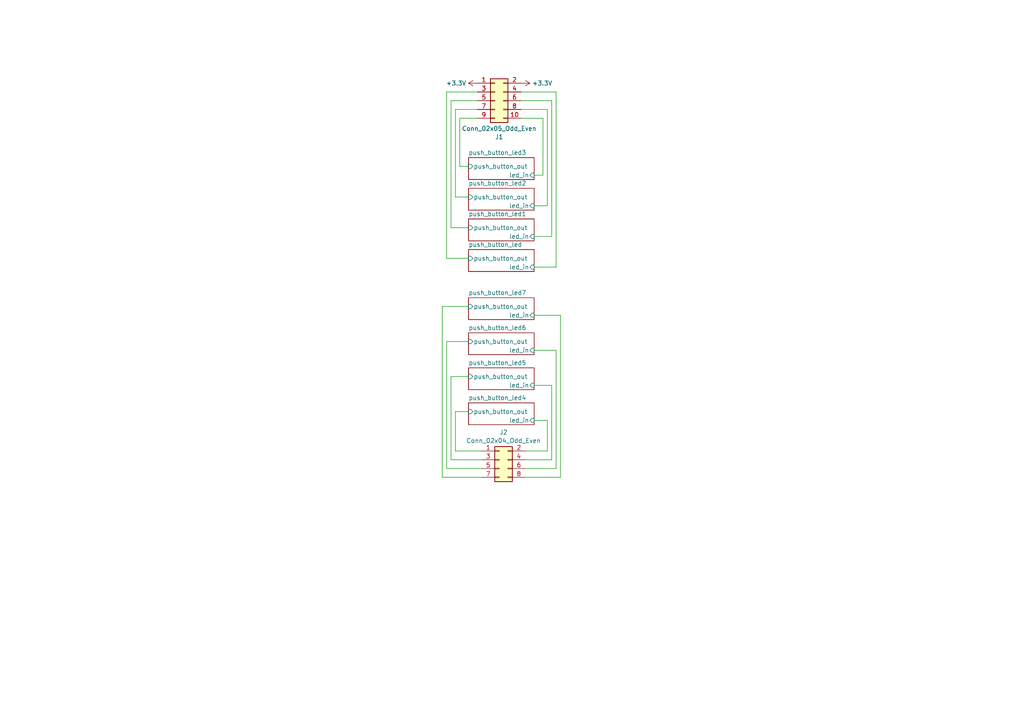
<source format=kicad_sch>
(kicad_sch
	(version 20231120)
	(generator "eeschema")
	(generator_version "8.0")
	(uuid "15c24bb2-2eb1-4d3e-858d-36190cb55ae6")
	(paper "A4")
	(lib_symbols
		(symbol "Connector_Generic:Conn_02x04_Odd_Even"
			(pin_names
				(offset 1.016) hide)
			(exclude_from_sim no)
			(in_bom yes)
			(on_board yes)
			(property "Reference" "J"
				(at 1.27 5.08 0)
				(effects
					(font
						(size 1.27 1.27)
					)
				)
			)
			(property "Value" "Conn_02x04_Odd_Even"
				(at 1.27 -7.62 0)
				(effects
					(font
						(size 1.27 1.27)
					)
				)
			)
			(property "Footprint" ""
				(at 0 0 0)
				(effects
					(font
						(size 1.27 1.27)
					)
					(hide yes)
				)
			)
			(property "Datasheet" "~"
				(at 0 0 0)
				(effects
					(font
						(size 1.27 1.27)
					)
					(hide yes)
				)
			)
			(property "Description" "Generic connector, double row, 02x04, odd/even pin numbering scheme (row 1 odd numbers, row 2 even numbers), script generated (kicad-library-utils/schlib/autogen/connector/)"
				(at 0 0 0)
				(effects
					(font
						(size 1.27 1.27)
					)
					(hide yes)
				)
			)
			(property "ki_keywords" "connector"
				(at 0 0 0)
				(effects
					(font
						(size 1.27 1.27)
					)
					(hide yes)
				)
			)
			(property "ki_fp_filters" "Connector*:*_2x??_*"
				(at 0 0 0)
				(effects
					(font
						(size 1.27 1.27)
					)
					(hide yes)
				)
			)
			(symbol "Conn_02x04_Odd_Even_1_1"
				(rectangle
					(start -1.27 -4.953)
					(end 0 -5.207)
					(stroke
						(width 0.1524)
						(type default)
					)
					(fill
						(type none)
					)
				)
				(rectangle
					(start -1.27 -2.413)
					(end 0 -2.667)
					(stroke
						(width 0.1524)
						(type default)
					)
					(fill
						(type none)
					)
				)
				(rectangle
					(start -1.27 0.127)
					(end 0 -0.127)
					(stroke
						(width 0.1524)
						(type default)
					)
					(fill
						(type none)
					)
				)
				(rectangle
					(start -1.27 2.667)
					(end 0 2.413)
					(stroke
						(width 0.1524)
						(type default)
					)
					(fill
						(type none)
					)
				)
				(rectangle
					(start -1.27 3.81)
					(end 3.81 -6.35)
					(stroke
						(width 0.254)
						(type default)
					)
					(fill
						(type background)
					)
				)
				(rectangle
					(start 3.81 -4.953)
					(end 2.54 -5.207)
					(stroke
						(width 0.1524)
						(type default)
					)
					(fill
						(type none)
					)
				)
				(rectangle
					(start 3.81 -2.413)
					(end 2.54 -2.667)
					(stroke
						(width 0.1524)
						(type default)
					)
					(fill
						(type none)
					)
				)
				(rectangle
					(start 3.81 0.127)
					(end 2.54 -0.127)
					(stroke
						(width 0.1524)
						(type default)
					)
					(fill
						(type none)
					)
				)
				(rectangle
					(start 3.81 2.667)
					(end 2.54 2.413)
					(stroke
						(width 0.1524)
						(type default)
					)
					(fill
						(type none)
					)
				)
				(pin passive line
					(at -5.08 2.54 0)
					(length 3.81)
					(name "Pin_1"
						(effects
							(font
								(size 1.27 1.27)
							)
						)
					)
					(number "1"
						(effects
							(font
								(size 1.27 1.27)
							)
						)
					)
				)
				(pin passive line
					(at 7.62 2.54 180)
					(length 3.81)
					(name "Pin_2"
						(effects
							(font
								(size 1.27 1.27)
							)
						)
					)
					(number "2"
						(effects
							(font
								(size 1.27 1.27)
							)
						)
					)
				)
				(pin passive line
					(at -5.08 0 0)
					(length 3.81)
					(name "Pin_3"
						(effects
							(font
								(size 1.27 1.27)
							)
						)
					)
					(number "3"
						(effects
							(font
								(size 1.27 1.27)
							)
						)
					)
				)
				(pin passive line
					(at 7.62 0 180)
					(length 3.81)
					(name "Pin_4"
						(effects
							(font
								(size 1.27 1.27)
							)
						)
					)
					(number "4"
						(effects
							(font
								(size 1.27 1.27)
							)
						)
					)
				)
				(pin passive line
					(at -5.08 -2.54 0)
					(length 3.81)
					(name "Pin_5"
						(effects
							(font
								(size 1.27 1.27)
							)
						)
					)
					(number "5"
						(effects
							(font
								(size 1.27 1.27)
							)
						)
					)
				)
				(pin passive line
					(at 7.62 -2.54 180)
					(length 3.81)
					(name "Pin_6"
						(effects
							(font
								(size 1.27 1.27)
							)
						)
					)
					(number "6"
						(effects
							(font
								(size 1.27 1.27)
							)
						)
					)
				)
				(pin passive line
					(at -5.08 -5.08 0)
					(length 3.81)
					(name "Pin_7"
						(effects
							(font
								(size 1.27 1.27)
							)
						)
					)
					(number "7"
						(effects
							(font
								(size 1.27 1.27)
							)
						)
					)
				)
				(pin passive line
					(at 7.62 -5.08 180)
					(length 3.81)
					(name "Pin_8"
						(effects
							(font
								(size 1.27 1.27)
							)
						)
					)
					(number "8"
						(effects
							(font
								(size 1.27 1.27)
							)
						)
					)
				)
			)
		)
		(symbol "Connector_Generic:Conn_02x05_Odd_Even"
			(pin_names
				(offset 1.016) hide)
			(exclude_from_sim no)
			(in_bom yes)
			(on_board yes)
			(property "Reference" "J"
				(at 1.27 7.62 0)
				(effects
					(font
						(size 1.27 1.27)
					)
				)
			)
			(property "Value" "Conn_02x05_Odd_Even"
				(at 1.27 -7.62 0)
				(effects
					(font
						(size 1.27 1.27)
					)
				)
			)
			(property "Footprint" ""
				(at 0 0 0)
				(effects
					(font
						(size 1.27 1.27)
					)
					(hide yes)
				)
			)
			(property "Datasheet" "~"
				(at 0 0 0)
				(effects
					(font
						(size 1.27 1.27)
					)
					(hide yes)
				)
			)
			(property "Description" "Generic connector, double row, 02x05, odd/even pin numbering scheme (row 1 odd numbers, row 2 even numbers), script generated (kicad-library-utils/schlib/autogen/connector/)"
				(at 0 0 0)
				(effects
					(font
						(size 1.27 1.27)
					)
					(hide yes)
				)
			)
			(property "ki_keywords" "connector"
				(at 0 0 0)
				(effects
					(font
						(size 1.27 1.27)
					)
					(hide yes)
				)
			)
			(property "ki_fp_filters" "Connector*:*_2x??_*"
				(at 0 0 0)
				(effects
					(font
						(size 1.27 1.27)
					)
					(hide yes)
				)
			)
			(symbol "Conn_02x05_Odd_Even_1_1"
				(rectangle
					(start -1.27 -4.953)
					(end 0 -5.207)
					(stroke
						(width 0.1524)
						(type default)
					)
					(fill
						(type none)
					)
				)
				(rectangle
					(start -1.27 -2.413)
					(end 0 -2.667)
					(stroke
						(width 0.1524)
						(type default)
					)
					(fill
						(type none)
					)
				)
				(rectangle
					(start -1.27 0.127)
					(end 0 -0.127)
					(stroke
						(width 0.1524)
						(type default)
					)
					(fill
						(type none)
					)
				)
				(rectangle
					(start -1.27 2.667)
					(end 0 2.413)
					(stroke
						(width 0.1524)
						(type default)
					)
					(fill
						(type none)
					)
				)
				(rectangle
					(start -1.27 5.207)
					(end 0 4.953)
					(stroke
						(width 0.1524)
						(type default)
					)
					(fill
						(type none)
					)
				)
				(rectangle
					(start -1.27 6.35)
					(end 3.81 -6.35)
					(stroke
						(width 0.254)
						(type default)
					)
					(fill
						(type background)
					)
				)
				(rectangle
					(start 3.81 -4.953)
					(end 2.54 -5.207)
					(stroke
						(width 0.1524)
						(type default)
					)
					(fill
						(type none)
					)
				)
				(rectangle
					(start 3.81 -2.413)
					(end 2.54 -2.667)
					(stroke
						(width 0.1524)
						(type default)
					)
					(fill
						(type none)
					)
				)
				(rectangle
					(start 3.81 0.127)
					(end 2.54 -0.127)
					(stroke
						(width 0.1524)
						(type default)
					)
					(fill
						(type none)
					)
				)
				(rectangle
					(start 3.81 2.667)
					(end 2.54 2.413)
					(stroke
						(width 0.1524)
						(type default)
					)
					(fill
						(type none)
					)
				)
				(rectangle
					(start 3.81 5.207)
					(end 2.54 4.953)
					(stroke
						(width 0.1524)
						(type default)
					)
					(fill
						(type none)
					)
				)
				(pin passive line
					(at -5.08 5.08 0)
					(length 3.81)
					(name "Pin_1"
						(effects
							(font
								(size 1.27 1.27)
							)
						)
					)
					(number "1"
						(effects
							(font
								(size 1.27 1.27)
							)
						)
					)
				)
				(pin passive line
					(at 7.62 -5.08 180)
					(length 3.81)
					(name "Pin_10"
						(effects
							(font
								(size 1.27 1.27)
							)
						)
					)
					(number "10"
						(effects
							(font
								(size 1.27 1.27)
							)
						)
					)
				)
				(pin passive line
					(at 7.62 5.08 180)
					(length 3.81)
					(name "Pin_2"
						(effects
							(font
								(size 1.27 1.27)
							)
						)
					)
					(number "2"
						(effects
							(font
								(size 1.27 1.27)
							)
						)
					)
				)
				(pin passive line
					(at -5.08 2.54 0)
					(length 3.81)
					(name "Pin_3"
						(effects
							(font
								(size 1.27 1.27)
							)
						)
					)
					(number "3"
						(effects
							(font
								(size 1.27 1.27)
							)
						)
					)
				)
				(pin passive line
					(at 7.62 2.54 180)
					(length 3.81)
					(name "Pin_4"
						(effects
							(font
								(size 1.27 1.27)
							)
						)
					)
					(number "4"
						(effects
							(font
								(size 1.27 1.27)
							)
						)
					)
				)
				(pin passive line
					(at -5.08 0 0)
					(length 3.81)
					(name "Pin_5"
						(effects
							(font
								(size 1.27 1.27)
							)
						)
					)
					(number "5"
						(effects
							(font
								(size 1.27 1.27)
							)
						)
					)
				)
				(pin passive line
					(at 7.62 0 180)
					(length 3.81)
					(name "Pin_6"
						(effects
							(font
								(size 1.27 1.27)
							)
						)
					)
					(number "6"
						(effects
							(font
								(size 1.27 1.27)
							)
						)
					)
				)
				(pin passive line
					(at -5.08 -2.54 0)
					(length 3.81)
					(name "Pin_7"
						(effects
							(font
								(size 1.27 1.27)
							)
						)
					)
					(number "7"
						(effects
							(font
								(size 1.27 1.27)
							)
						)
					)
				)
				(pin passive line
					(at 7.62 -2.54 180)
					(length 3.81)
					(name "Pin_8"
						(effects
							(font
								(size 1.27 1.27)
							)
						)
					)
					(number "8"
						(effects
							(font
								(size 1.27 1.27)
							)
						)
					)
				)
				(pin passive line
					(at -5.08 -5.08 0)
					(length 3.81)
					(name "Pin_9"
						(effects
							(font
								(size 1.27 1.27)
							)
						)
					)
					(number "9"
						(effects
							(font
								(size 1.27 1.27)
							)
						)
					)
				)
			)
		)
		(symbol "power:+3.3V"
			(power)
			(pin_numbers hide)
			(pin_names
				(offset 0) hide)
			(exclude_from_sim no)
			(in_bom yes)
			(on_board yes)
			(property "Reference" "#PWR"
				(at 0 -3.81 0)
				(effects
					(font
						(size 1.27 1.27)
					)
					(hide yes)
				)
			)
			(property "Value" "+3.3V"
				(at 0 3.556 0)
				(effects
					(font
						(size 1.27 1.27)
					)
				)
			)
			(property "Footprint" ""
				(at 0 0 0)
				(effects
					(font
						(size 1.27 1.27)
					)
					(hide yes)
				)
			)
			(property "Datasheet" ""
				(at 0 0 0)
				(effects
					(font
						(size 1.27 1.27)
					)
					(hide yes)
				)
			)
			(property "Description" "Power symbol creates a global label with name \"+3.3V\""
				(at 0 0 0)
				(effects
					(font
						(size 1.27 1.27)
					)
					(hide yes)
				)
			)
			(property "ki_keywords" "global power"
				(at 0 0 0)
				(effects
					(font
						(size 1.27 1.27)
					)
					(hide yes)
				)
			)
			(symbol "+3.3V_0_1"
				(polyline
					(pts
						(xy -0.762 1.27) (xy 0 2.54)
					)
					(stroke
						(width 0)
						(type default)
					)
					(fill
						(type none)
					)
				)
				(polyline
					(pts
						(xy 0 0) (xy 0 2.54)
					)
					(stroke
						(width 0)
						(type default)
					)
					(fill
						(type none)
					)
				)
				(polyline
					(pts
						(xy 0 2.54) (xy 0.762 1.27)
					)
					(stroke
						(width 0)
						(type default)
					)
					(fill
						(type none)
					)
				)
			)
			(symbol "+3.3V_1_1"
				(pin power_in line
					(at 0 0 90)
					(length 0)
					(name "~"
						(effects
							(font
								(size 1.27 1.27)
							)
						)
					)
					(number "1"
						(effects
							(font
								(size 1.27 1.27)
							)
						)
					)
				)
			)
		)
	)
	(wire
		(pts
			(xy 158.75 31.75) (xy 158.75 59.69)
		)
		(stroke
			(width 0)
			(type default)
		)
		(uuid "0d3444b7-518b-4432-a359-43f52a3beb62")
	)
	(wire
		(pts
			(xy 161.29 77.47) (xy 154.94 77.47)
		)
		(stroke
			(width 0)
			(type default)
		)
		(uuid "1ebea15c-eb8c-42fc-a415-1e2bb862fad0")
	)
	(wire
		(pts
			(xy 160.02 68.58) (xy 154.94 68.58)
		)
		(stroke
			(width 0)
			(type default)
		)
		(uuid "1f95b79d-1b76-43f4-bf83-8aeaf8dc9269")
	)
	(wire
		(pts
			(xy 130.81 109.22) (xy 135.89 109.22)
		)
		(stroke
			(width 0)
			(type default)
		)
		(uuid "255076aa-b8c8-4156-8416-b8e56c341bff")
	)
	(wire
		(pts
			(xy 161.29 135.89) (xy 161.29 101.6)
		)
		(stroke
			(width 0)
			(type default)
		)
		(uuid "29615ed8-e542-47d5-bca8-ea9433585b71")
	)
	(wire
		(pts
			(xy 139.7 135.89) (xy 129.54 135.89)
		)
		(stroke
			(width 0)
			(type default)
		)
		(uuid "2a93a2b6-b3ac-4866-8c00-9a5b05bfe431")
	)
	(wire
		(pts
			(xy 161.29 26.67) (xy 161.29 77.47)
		)
		(stroke
			(width 0)
			(type default)
		)
		(uuid "2bd13a58-5264-4bd4-bd98-d2c4f2660d2a")
	)
	(wire
		(pts
			(xy 128.27 138.43) (xy 128.27 88.9)
		)
		(stroke
			(width 0)
			(type default)
		)
		(uuid "2db3834b-289a-4f43-ace1-345acb1dc780")
	)
	(wire
		(pts
			(xy 130.81 133.35) (xy 130.81 109.22)
		)
		(stroke
			(width 0)
			(type default)
		)
		(uuid "380c419c-da85-4257-aa3b-9b6a9dee9b4c")
	)
	(wire
		(pts
			(xy 133.35 48.26) (xy 135.89 48.26)
		)
		(stroke
			(width 0)
			(type default)
		)
		(uuid "3fd1aa5b-33eb-4976-bdad-268ca423a7c7")
	)
	(wire
		(pts
			(xy 160.02 133.35) (xy 160.02 111.76)
		)
		(stroke
			(width 0)
			(type default)
		)
		(uuid "40d67d7b-c14f-4c48-8877-87319e5770ff")
	)
	(wire
		(pts
			(xy 132.08 57.15) (xy 135.89 57.15)
		)
		(stroke
			(width 0)
			(type default)
		)
		(uuid "4d1c064b-56dc-4d7c-a0c0-cdf628f71c5c")
	)
	(wire
		(pts
			(xy 151.13 31.75) (xy 158.75 31.75)
		)
		(stroke
			(width 0)
			(type default)
		)
		(uuid "524955fe-d17a-4322-aba6-3103c7fc6d3a")
	)
	(wire
		(pts
			(xy 151.13 29.21) (xy 160.02 29.21)
		)
		(stroke
			(width 0)
			(type default)
		)
		(uuid "5962c856-181e-4f62-a75d-5f968b47ddea")
	)
	(wire
		(pts
			(xy 160.02 111.76) (xy 154.94 111.76)
		)
		(stroke
			(width 0)
			(type default)
		)
		(uuid "5c6d3b1e-8496-4abe-8027-acec1c840267")
	)
	(wire
		(pts
			(xy 129.54 74.93) (xy 135.89 74.93)
		)
		(stroke
			(width 0)
			(type default)
		)
		(uuid "5dc98345-0545-41ee-a806-b5254a1a89d0")
	)
	(wire
		(pts
			(xy 138.43 29.21) (xy 130.81 29.21)
		)
		(stroke
			(width 0)
			(type default)
		)
		(uuid "69cf16b2-e4f3-484a-bb3e-b1ad31e202b8")
	)
	(wire
		(pts
			(xy 128.27 88.9) (xy 135.89 88.9)
		)
		(stroke
			(width 0)
			(type default)
		)
		(uuid "6b73c7d8-67c1-4f8e-a0e7-2d235934eb96")
	)
	(wire
		(pts
			(xy 161.29 101.6) (xy 154.94 101.6)
		)
		(stroke
			(width 0)
			(type default)
		)
		(uuid "6ee9daaf-7243-410d-b7a4-bbd9101e0955")
	)
	(wire
		(pts
			(xy 152.4 130.81) (xy 158.75 130.81)
		)
		(stroke
			(width 0)
			(type default)
		)
		(uuid "70041fd9-92c9-423a-8246-97b0e01bdd1e")
	)
	(wire
		(pts
			(xy 162.56 138.43) (xy 162.56 91.44)
		)
		(stroke
			(width 0)
			(type default)
		)
		(uuid "718e5e93-0c3c-4a96-9c87-f153e67f1ded")
	)
	(wire
		(pts
			(xy 138.43 26.67) (xy 129.54 26.67)
		)
		(stroke
			(width 0)
			(type default)
		)
		(uuid "79871200-387e-4eaa-adcb-6e099f3d6c68")
	)
	(wire
		(pts
			(xy 138.43 31.75) (xy 132.08 31.75)
		)
		(stroke
			(width 0)
			(type default)
		)
		(uuid "80a25546-09a3-4787-83dc-c820758f89e5")
	)
	(wire
		(pts
			(xy 151.13 34.29) (xy 157.48 34.29)
		)
		(stroke
			(width 0)
			(type default)
		)
		(uuid "8499b6c0-8386-46e1-b020-f357f80bd4aa")
	)
	(wire
		(pts
			(xy 129.54 26.67) (xy 129.54 74.93)
		)
		(stroke
			(width 0)
			(type default)
		)
		(uuid "8d8dd05b-a68f-4f03-9bb7-b8011a3369eb")
	)
	(wire
		(pts
			(xy 139.7 133.35) (xy 130.81 133.35)
		)
		(stroke
			(width 0)
			(type default)
		)
		(uuid "98633177-4990-4772-acea-211f7a41eaee")
	)
	(wire
		(pts
			(xy 152.4 138.43) (xy 162.56 138.43)
		)
		(stroke
			(width 0)
			(type default)
		)
		(uuid "9a8732eb-487e-4368-b9bd-9aa0abae55be")
	)
	(wire
		(pts
			(xy 160.02 29.21) (xy 160.02 68.58)
		)
		(stroke
			(width 0)
			(type default)
		)
		(uuid "9ae87477-9e57-49a8-8336-3e967e0402ad")
	)
	(wire
		(pts
			(xy 133.35 34.29) (xy 133.35 48.26)
		)
		(stroke
			(width 0)
			(type default)
		)
		(uuid "9e0b4fe1-b36e-4abe-bf10-ba62175acfd9")
	)
	(wire
		(pts
			(xy 157.48 34.29) (xy 157.48 50.8)
		)
		(stroke
			(width 0)
			(type default)
		)
		(uuid "adaed13e-1a35-4c2a-b80d-abf0a6f491fc")
	)
	(wire
		(pts
			(xy 132.08 119.38) (xy 135.89 119.38)
		)
		(stroke
			(width 0)
			(type default)
		)
		(uuid "b2a945e6-1401-4846-9c7e-0560df6a63d1")
	)
	(wire
		(pts
			(xy 151.13 26.67) (xy 161.29 26.67)
		)
		(stroke
			(width 0)
			(type default)
		)
		(uuid "c730306d-182f-47eb-a744-7925e1fd03a3")
	)
	(wire
		(pts
			(xy 138.43 34.29) (xy 133.35 34.29)
		)
		(stroke
			(width 0)
			(type default)
		)
		(uuid "c7b5c1cf-279e-445b-8c99-1e7f09026b73")
	)
	(wire
		(pts
			(xy 130.81 66.04) (xy 135.89 66.04)
		)
		(stroke
			(width 0)
			(type default)
		)
		(uuid "caecb6cd-1b71-4d43-b140-d0e8ea2a6bb1")
	)
	(wire
		(pts
			(xy 130.81 29.21) (xy 130.81 66.04)
		)
		(stroke
			(width 0)
			(type default)
		)
		(uuid "cd375652-4e67-43bc-8dcb-7a402a6cefdd")
	)
	(wire
		(pts
			(xy 139.7 130.81) (xy 132.08 130.81)
		)
		(stroke
			(width 0)
			(type default)
		)
		(uuid "d159b938-2fb1-473e-9161-479fa9f34d95")
	)
	(wire
		(pts
			(xy 158.75 59.69) (xy 154.94 59.69)
		)
		(stroke
			(width 0)
			(type default)
		)
		(uuid "d49c65fd-1178-4165-b941-2dc15857be67")
	)
	(wire
		(pts
			(xy 129.54 99.06) (xy 135.89 99.06)
		)
		(stroke
			(width 0)
			(type default)
		)
		(uuid "d6575931-1eed-410b-af0a-bc4b8fe7e91c")
	)
	(wire
		(pts
			(xy 129.54 135.89) (xy 129.54 99.06)
		)
		(stroke
			(width 0)
			(type default)
		)
		(uuid "d932e20a-773b-4e39-8747-e51b4bd814e7")
	)
	(wire
		(pts
			(xy 139.7 138.43) (xy 128.27 138.43)
		)
		(stroke
			(width 0)
			(type default)
		)
		(uuid "daaf4b31-f564-4ea9-be34-5883325c84a0")
	)
	(wire
		(pts
			(xy 158.75 130.81) (xy 158.75 121.92)
		)
		(stroke
			(width 0)
			(type default)
		)
		(uuid "dfb6623c-6307-4ebf-a79f-9f1e9bd3e571")
	)
	(wire
		(pts
			(xy 157.48 50.8) (xy 154.94 50.8)
		)
		(stroke
			(width 0)
			(type default)
		)
		(uuid "e07635d9-e82c-4622-9c61-ec59c3f87cfe")
	)
	(wire
		(pts
			(xy 162.56 91.44) (xy 154.94 91.44)
		)
		(stroke
			(width 0)
			(type default)
		)
		(uuid "e5312490-385e-4909-9ddd-3bfcf23e2c63")
	)
	(wire
		(pts
			(xy 152.4 135.89) (xy 161.29 135.89)
		)
		(stroke
			(width 0)
			(type default)
		)
		(uuid "ed608814-aa3f-46be-b509-42ee6d03611b")
	)
	(wire
		(pts
			(xy 132.08 31.75) (xy 132.08 57.15)
		)
		(stroke
			(width 0)
			(type default)
		)
		(uuid "eedb0a30-a08f-431a-b970-18ef1994d570")
	)
	(wire
		(pts
			(xy 152.4 133.35) (xy 160.02 133.35)
		)
		(stroke
			(width 0)
			(type default)
		)
		(uuid "f2ebf72e-bc93-4a3e-a994-c444a04f1dcb")
	)
	(wire
		(pts
			(xy 132.08 130.81) (xy 132.08 119.38)
		)
		(stroke
			(width 0)
			(type default)
		)
		(uuid "f4551eae-5ea4-47b1-aad1-fc4daf8a93da")
	)
	(wire
		(pts
			(xy 158.75 121.92) (xy 154.94 121.92)
		)
		(stroke
			(width 0)
			(type default)
		)
		(uuid "f7791581-b13b-43bb-be42-246e50cf50a1")
	)
	(symbol
		(lib_id "Connector_Generic:Conn_02x04_Odd_Even")
		(at 144.78 133.35 0)
		(unit 1)
		(exclude_from_sim no)
		(in_bom yes)
		(on_board yes)
		(dnp no)
		(fields_autoplaced yes)
		(uuid "3ea7efa8-89ba-42c7-a37e-a34ef139a4dc")
		(property "Reference" "J2"
			(at 146.05 125.3955 0)
			(effects
				(font
					(size 1.27 1.27)
				)
			)
		)
		(property "Value" "Conn_02x04_Odd_Even"
			(at 146.05 127.8198 0)
			(effects
				(font
					(size 1.27 1.27)
				)
			)
		)
		(property "Footprint" "Connector_PinHeader_2.54mm:PinHeader_2x04_P2.54mm_Vertical"
			(at 144.78 133.35 0)
			(effects
				(font
					(size 1.27 1.27)
				)
				(hide yes)
			)
		)
		(property "Datasheet" "~"
			(at 144.78 133.35 0)
			(effects
				(font
					(size 1.27 1.27)
				)
				(hide yes)
			)
		)
		(property "Description" "Generic connector, double row, 02x04, odd/even pin numbering scheme (row 1 odd numbers, row 2 even numbers), script generated (kicad-library-utils/schlib/autogen/connector/)"
			(at 144.78 133.35 0)
			(effects
				(font
					(size 1.27 1.27)
				)
				(hide yes)
			)
		)
		(pin "3"
			(uuid "4da172a3-8021-4cd2-a9e5-b620471c60a8")
		)
		(pin "5"
			(uuid "ae6c8dee-b9fb-474f-ab8f-7cd5fa3a0a4e")
		)
		(pin "1"
			(uuid "fedab45a-d361-4cdb-b82f-1ef75a94eb7b")
		)
		(pin "7"
			(uuid "d8801d68-0fd3-4d88-8421-1d0ac5603205")
		)
		(pin "2"
			(uuid "485e1800-91c4-4e5c-b252-454bb70c6b00")
		)
		(pin "8"
			(uuid "8e5c9d5a-15c8-48ed-b3a6-775872fdf054")
		)
		(pin "4"
			(uuid "8a696e91-8a12-4f7e-905d-4449d4388a99")
		)
		(pin "6"
			(uuid "3bf2ee3e-5835-4c15-8b41-60a1de4ea4c3")
		)
		(instances
			(project ""
				(path "/15c24bb2-2eb1-4d3e-858d-36190cb55ae6"
					(reference "J2")
					(unit 1)
				)
			)
		)
	)
	(symbol
		(lib_id "power:+3.3V")
		(at 138.43 24.13 90)
		(unit 1)
		(exclude_from_sim no)
		(in_bom yes)
		(on_board yes)
		(dnp no)
		(fields_autoplaced yes)
		(uuid "5ffe92eb-e6fc-44e8-8472-7105631cb1e0")
		(property "Reference" "#PWR01"
			(at 142.24 24.13 0)
			(effects
				(font
					(size 1.27 1.27)
				)
				(hide yes)
			)
		)
		(property "Value" "+3.3V"
			(at 135.255 24.13 90)
			(effects
				(font
					(size 1.27 1.27)
				)
				(justify left)
			)
		)
		(property "Footprint" ""
			(at 138.43 24.13 0)
			(effects
				(font
					(size 1.27 1.27)
				)
				(hide yes)
			)
		)
		(property "Datasheet" ""
			(at 138.43 24.13 0)
			(effects
				(font
					(size 1.27 1.27)
				)
				(hide yes)
			)
		)
		(property "Description" "Power symbol creates a global label with name \"+3.3V\""
			(at 138.43 24.13 0)
			(effects
				(font
					(size 1.27 1.27)
				)
				(hide yes)
			)
		)
		(pin "1"
			(uuid "069848ff-738d-4cdc-b6af-381afb1ce05c")
		)
		(instances
			(project "MIDI_marble_sequencer_controls_channel_select"
				(path "/15c24bb2-2eb1-4d3e-858d-36190cb55ae6"
					(reference "#PWR01")
					(unit 1)
				)
			)
		)
	)
	(symbol
		(lib_id "power:+3.3V")
		(at 151.13 24.13 270)
		(unit 1)
		(exclude_from_sim no)
		(in_bom yes)
		(on_board yes)
		(dnp no)
		(fields_autoplaced yes)
		(uuid "ea362288-9be7-4a2a-a331-f334cc354015")
		(property "Reference" "#PWR02"
			(at 147.32 24.13 0)
			(effects
				(font
					(size 1.27 1.27)
				)
				(hide yes)
			)
		)
		(property "Value" "+3.3V"
			(at 154.305 24.13 90)
			(effects
				(font
					(size 1.27 1.27)
				)
				(justify left)
			)
		)
		(property "Footprint" ""
			(at 151.13 24.13 0)
			(effects
				(font
					(size 1.27 1.27)
				)
				(hide yes)
			)
		)
		(property "Datasheet" ""
			(at 151.13 24.13 0)
			(effects
				(font
					(size 1.27 1.27)
				)
				(hide yes)
			)
		)
		(property "Description" "Power symbol creates a global label with name \"+3.3V\""
			(at 151.13 24.13 0)
			(effects
				(font
					(size 1.27 1.27)
				)
				(hide yes)
			)
		)
		(pin "1"
			(uuid "4fa33b60-0ed0-4476-bff3-9bb85d60786e")
		)
		(instances
			(project ""
				(path "/15c24bb2-2eb1-4d3e-858d-36190cb55ae6"
					(reference "#PWR02")
					(unit 1)
				)
			)
		)
	)
	(symbol
		(lib_id "Connector_Generic:Conn_02x05_Odd_Even")
		(at 143.51 29.21 0)
		(unit 1)
		(exclude_from_sim no)
		(in_bom yes)
		(on_board yes)
		(dnp no)
		(fields_autoplaced yes)
		(uuid "f9524627-d1ef-4b37-ab91-f43f6189b048")
		(property "Reference" "J1"
			(at 144.78 39.7045 0)
			(effects
				(font
					(size 1.27 1.27)
				)
			)
		)
		(property "Value" "Conn_02x05_Odd_Even"
			(at 144.78 37.2802 0)
			(effects
				(font
					(size 1.27 1.27)
				)
			)
		)
		(property "Footprint" "Connector_PinHeader_2.54mm:PinHeader_2x05_P2.54mm_Vertical"
			(at 143.51 29.21 0)
			(effects
				(font
					(size 1.27 1.27)
				)
				(hide yes)
			)
		)
		(property "Datasheet" "~"
			(at 143.51 29.21 0)
			(effects
				(font
					(size 1.27 1.27)
				)
				(hide yes)
			)
		)
		(property "Description" "Generic connector, double row, 02x05, odd/even pin numbering scheme (row 1 odd numbers, row 2 even numbers), script generated (kicad-library-utils/schlib/autogen/connector/)"
			(at 143.51 29.21 0)
			(effects
				(font
					(size 1.27 1.27)
				)
				(hide yes)
			)
		)
		(pin "5"
			(uuid "f8fc3601-bf42-4b13-ad72-ca9c24d24fe7")
		)
		(pin "9"
			(uuid "4d85a55d-09db-4963-a6dd-a95ec42e25c5")
		)
		(pin "6"
			(uuid "f16183cb-25ce-4bd7-81f6-0545a9b11dde")
		)
		(pin "10"
			(uuid "0e2e8c43-b52b-4274-b253-608ef49947cf")
		)
		(pin "3"
			(uuid "a09b95db-6db0-48d1-be0d-14383b078240")
		)
		(pin "1"
			(uuid "c919933a-29aa-43ec-b48a-e42ca7b28698")
		)
		(pin "8"
			(uuid "a78f32e7-ce47-4f5b-96c5-034dec9c4605")
		)
		(pin "7"
			(uuid "ac5230d9-4f11-4e21-8736-bbb71c94908a")
		)
		(pin "2"
			(uuid "16433eba-471a-42dd-977c-ce6977c1e6c6")
		)
		(pin "4"
			(uuid "35f78ed1-6510-4eb6-9122-07eb7a2106ac")
		)
		(instances
			(project ""
				(path "/15c24bb2-2eb1-4d3e-858d-36190cb55ae6"
					(reference "J1")
					(unit 1)
				)
			)
		)
	)
	(sheet
		(at 135.89 96.52)
		(size 19.05 6.35)
		(fields_autoplaced yes)
		(stroke
			(width 0.1524)
			(type solid)
		)
		(fill
			(color 0 0 0 0.0000)
		)
		(uuid "10c71688-a200-4126-8601-4fa7d608b952")
		(property "Sheetname" "push_button_led6"
			(at 135.89 95.8084 0)
			(effects
				(font
					(size 1.27 1.27)
				)
				(justify left bottom)
			)
		)
		(property "Sheetfile" "push_button_led.kicad_sch"
			(at 135.89 103.4546 0)
			(effects
				(font
					(size 1.27 1.27)
				)
				(justify left top)
				(hide yes)
			)
		)
		(pin "push_button_out" input
			(at 135.89 99.06 180)
			(effects
				(font
					(size 1.27 1.27)
				)
				(justify left)
			)
			(uuid "64a868a8-ef2e-43eb-bdc4-949ab12d44b9")
		)
		(pin "led_in" input
			(at 154.94 101.6 0)
			(effects
				(font
					(size 1.27 1.27)
				)
				(justify right)
			)
			(uuid "86d639db-14f3-4cbd-be42-aafa36a3de18")
		)
		(instances
			(project "MIDI_marble_sequencer_controls_channel_select"
				(path "/15c24bb2-2eb1-4d3e-858d-36190cb55ae6"
					(page "8")
				)
			)
		)
	)
	(sheet
		(at 135.89 86.36)
		(size 19.05 6.35)
		(fields_autoplaced yes)
		(stroke
			(width 0.1524)
			(type solid)
		)
		(fill
			(color 0 0 0 0.0000)
		)
		(uuid "316fc669-9bc6-4fc6-b8ad-442676c26f19")
		(property "Sheetname" "push_button_led7"
			(at 135.89 85.6484 0)
			(effects
				(font
					(size 1.27 1.27)
				)
				(justify left bottom)
			)
		)
		(property "Sheetfile" "push_button_led.kicad_sch"
			(at 135.89 93.2946 0)
			(effects
				(font
					(size 1.27 1.27)
				)
				(justify left top)
				(hide yes)
			)
		)
		(pin "push_button_out" input
			(at 135.89 88.9 180)
			(effects
				(font
					(size 1.27 1.27)
				)
				(justify left)
			)
			(uuid "95a664fe-9175-40f6-bd99-22bfc72c17ba")
		)
		(pin "led_in" input
			(at 154.94 91.44 0)
			(effects
				(font
					(size 1.27 1.27)
				)
				(justify right)
			)
			(uuid "d347e073-801c-4259-b03d-2ef5e01c1907")
		)
		(instances
			(project "MIDI_marble_sequencer_controls_channel_select"
				(path "/15c24bb2-2eb1-4d3e-858d-36190cb55ae6"
					(page "9")
				)
			)
		)
	)
	(sheet
		(at 135.89 45.72)
		(size 19.05 6.35)
		(fields_autoplaced yes)
		(stroke
			(width 0.1524)
			(type solid)
		)
		(fill
			(color 0 0 0 0.0000)
		)
		(uuid "49db60d1-23d6-4824-90b1-26e7b0aaadae")
		(property "Sheetname" "push_button_led3"
			(at 135.89 45.0084 0)
			(effects
				(font
					(size 1.27 1.27)
				)
				(justify left bottom)
			)
		)
		(property "Sheetfile" "push_button_led.kicad_sch"
			(at 135.89 52.6546 0)
			(effects
				(font
					(size 1.27 1.27)
				)
				(justify left top)
				(hide yes)
			)
		)
		(pin "push_button_out" input
			(at 135.89 48.26 180)
			(effects
				(font
					(size 1.27 1.27)
				)
				(justify left)
			)
			(uuid "ffce73e9-9715-4a52-bc33-be0e3371ae73")
		)
		(pin "led_in" input
			(at 154.94 50.8 0)
			(effects
				(font
					(size 1.27 1.27)
				)
				(justify right)
			)
			(uuid "843199fd-5bef-4b63-ac7c-7729853ba31c")
		)
		(instances
			(project "MIDI_marble_sequencer_controls_channel_select"
				(path "/15c24bb2-2eb1-4d3e-858d-36190cb55ae6"
					(page "5")
				)
			)
		)
	)
	(sheet
		(at 135.89 72.39)
		(size 19.05 6.35)
		(fields_autoplaced yes)
		(stroke
			(width 0.1524)
			(type solid)
		)
		(fill
			(color 0 0 0 0.0000)
		)
		(uuid "7abc23c8-ad68-4554-ba23-557ff67a9b34")
		(property "Sheetname" "push_button_led"
			(at 135.89 71.6784 0)
			(effects
				(font
					(size 1.27 1.27)
				)
				(justify left bottom)
			)
		)
		(property "Sheetfile" "push_button_led.kicad_sch"
			(at 135.89 79.3246 0)
			(effects
				(font
					(size 1.27 1.27)
				)
				(justify left top)
				(hide yes)
			)
		)
		(pin "push_button_out" input
			(at 135.89 74.93 180)
			(effects
				(font
					(size 1.27 1.27)
				)
				(justify left)
			)
			(uuid "dce89993-20b8-4cc2-8d90-9f619a0933a2")
		)
		(pin "led_in" input
			(at 154.94 77.47 0)
			(effects
				(font
					(size 1.27 1.27)
				)
				(justify right)
			)
			(uuid "6ed4562d-b817-4d89-ac0b-6e24940e5492")
		)
		(instances
			(project "MIDI_marble_sequencer_controls_channel_select"
				(path "/15c24bb2-2eb1-4d3e-858d-36190cb55ae6"
					(page "2")
				)
			)
		)
	)
	(sheet
		(at 135.89 116.84)
		(size 19.05 6.35)
		(fields_autoplaced yes)
		(stroke
			(width 0.1524)
			(type solid)
		)
		(fill
			(color 0 0 0 0.0000)
		)
		(uuid "cb8fe318-99a7-4729-8ee5-3cb428b07a2e")
		(property "Sheetname" "push_button_led4"
			(at 135.89 116.1284 0)
			(effects
				(font
					(size 1.27 1.27)
				)
				(justify left bottom)
			)
		)
		(property "Sheetfile" "push_button_led.kicad_sch"
			(at 135.89 123.7746 0)
			(effects
				(font
					(size 1.27 1.27)
				)
				(justify left top)
				(hide yes)
			)
		)
		(pin "push_button_out" input
			(at 135.89 119.38 180)
			(effects
				(font
					(size 1.27 1.27)
				)
				(justify left)
			)
			(uuid "4dd4fa38-dd03-47e8-894e-58e905799a8f")
		)
		(pin "led_in" input
			(at 154.94 121.92 0)
			(effects
				(font
					(size 1.27 1.27)
				)
				(justify right)
			)
			(uuid "c3350b3e-c68d-47bc-b6a7-9b19e72321f8")
		)
		(instances
			(project "MIDI_marble_sequencer_controls_channel_select"
				(path "/15c24bb2-2eb1-4d3e-858d-36190cb55ae6"
					(page "6")
				)
			)
		)
	)
	(sheet
		(at 135.89 54.61)
		(size 19.05 6.35)
		(fields_autoplaced yes)
		(stroke
			(width 0.1524)
			(type solid)
		)
		(fill
			(color 0 0 0 0.0000)
		)
		(uuid "cc7da4b5-bf26-407e-96eb-377567ad59c9")
		(property "Sheetname" "push_button_led2"
			(at 135.89 53.8984 0)
			(effects
				(font
					(size 1.27 1.27)
				)
				(justify left bottom)
			)
		)
		(property "Sheetfile" "push_button_led.kicad_sch"
			(at 135.89 61.5446 0)
			(effects
				(font
					(size 1.27 1.27)
				)
				(justify left top)
				(hide yes)
			)
		)
		(pin "push_button_out" input
			(at 135.89 57.15 180)
			(effects
				(font
					(size 1.27 1.27)
				)
				(justify left)
			)
			(uuid "c3fdea49-28cd-44ce-8789-803a6ae44223")
		)
		(pin "led_in" input
			(at 154.94 59.69 0)
			(effects
				(font
					(size 1.27 1.27)
				)
				(justify right)
			)
			(uuid "b2a73cd1-fae1-41c7-b785-a8f9eeb73020")
		)
		(instances
			(project "MIDI_marble_sequencer_controls_channel_select"
				(path "/15c24bb2-2eb1-4d3e-858d-36190cb55ae6"
					(page "4")
				)
			)
		)
	)
	(sheet
		(at 135.89 63.5)
		(size 19.05 6.35)
		(fields_autoplaced yes)
		(stroke
			(width 0.1524)
			(type solid)
		)
		(fill
			(color 0 0 0 0.0000)
		)
		(uuid "df01aec9-e966-4497-8e39-aa0b796afd3d")
		(property "Sheetname" "push_button_led1"
			(at 135.89 62.7884 0)
			(effects
				(font
					(size 1.27 1.27)
				)
				(justify left bottom)
			)
		)
		(property "Sheetfile" "push_button_led.kicad_sch"
			(at 135.89 70.4346 0)
			(effects
				(font
					(size 1.27 1.27)
				)
				(justify left top)
				(hide yes)
			)
		)
		(pin "push_button_out" input
			(at 135.89 66.04 180)
			(effects
				(font
					(size 1.27 1.27)
				)
				(justify left)
			)
			(uuid "091b6981-57e5-4c95-9acd-31316e05f506")
		)
		(pin "led_in" input
			(at 154.94 68.58 0)
			(effects
				(font
					(size 1.27 1.27)
				)
				(justify right)
			)
			(uuid "233d5205-2ceb-4410-8f2d-1c2ad0a83817")
		)
		(instances
			(project "MIDI_marble_sequencer_controls_channel_select"
				(path "/15c24bb2-2eb1-4d3e-858d-36190cb55ae6"
					(page "3")
				)
			)
		)
	)
	(sheet
		(at 135.89 106.68)
		(size 19.05 6.35)
		(fields_autoplaced yes)
		(stroke
			(width 0.1524)
			(type solid)
		)
		(fill
			(color 0 0 0 0.0000)
		)
		(uuid "f216880a-490f-4b29-8259-1689c050f250")
		(property "Sheetname" "push_button_led5"
			(at 135.89 105.9684 0)
			(effects
				(font
					(size 1.27 1.27)
				)
				(justify left bottom)
			)
		)
		(property "Sheetfile" "push_button_led.kicad_sch"
			(at 135.89 113.6146 0)
			(effects
				(font
					(size 1.27 1.27)
				)
				(justify left top)
				(hide yes)
			)
		)
		(pin "push_button_out" input
			(at 135.89 109.22 180)
			(effects
				(font
					(size 1.27 1.27)
				)
				(justify left)
			)
			(uuid "7ad4c3f2-1757-4f25-b090-9917ac7db244")
		)
		(pin "led_in" input
			(at 154.94 111.76 0)
			(effects
				(font
					(size 1.27 1.27)
				)
				(justify right)
			)
			(uuid "be8f64b1-3384-44fb-90b7-b7a57dec3572")
		)
		(instances
			(project "MIDI_marble_sequencer_controls_channel_select"
				(path "/15c24bb2-2eb1-4d3e-858d-36190cb55ae6"
					(page "7")
				)
			)
		)
	)
	(sheet_instances
		(path "/"
			(page "1")
		)
	)
)

</source>
